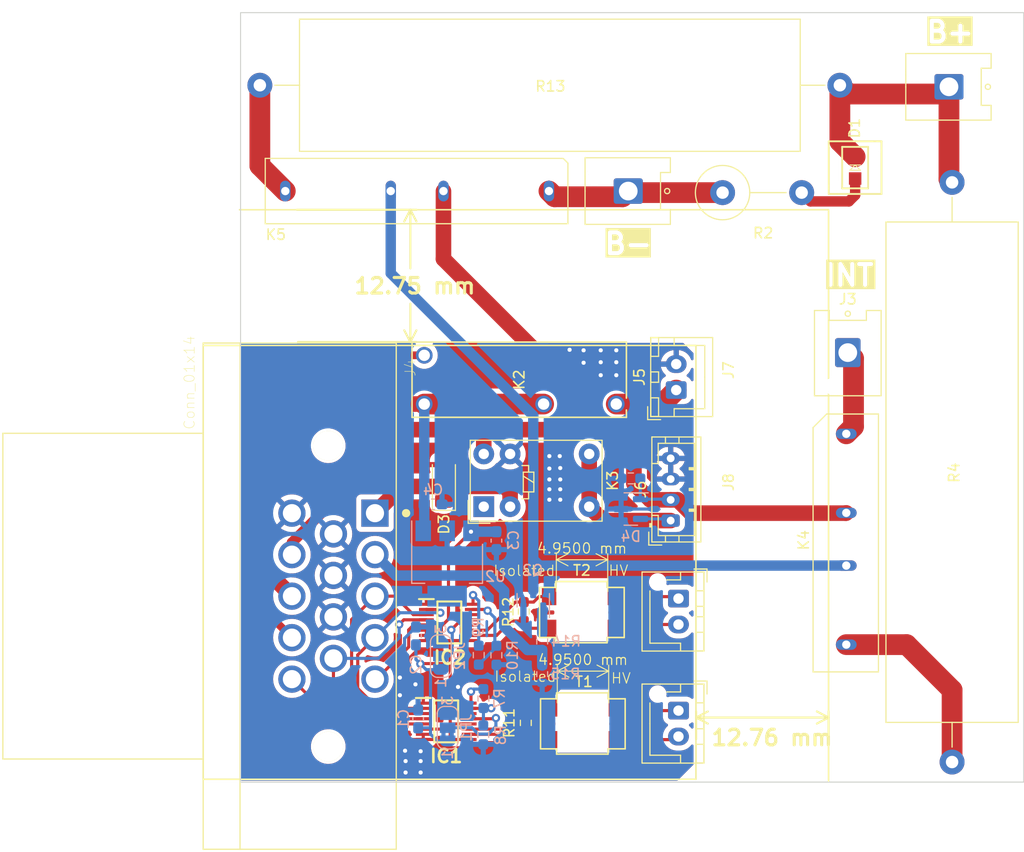
<source format=kicad_pcb>
(kicad_pcb (version 20221018) (generator pcbnew)
  (layers (0 "F.Cu" signal) (31 "B.Cu" signal) (34 "B.Paste" user) (35 "F.Paste" user) (36 "B.SilkS" user "B.Silkscreen") (37 "F.SilkS" user "F.Silkscreen") (38 "B.Mask" user) (39 "F.Mask" user) (44 "Edge.Cuts" user))
  (net 0 "")
  (net 1 "+3.3V")
  (net 2 "GND")
  (net 3 "+12V")
  (net 4 "Net-(D1-A)")
  (net 5 "/AIR_B-")
  (net 6 "/Relay_Drive")
  (net 7 "/MAIN_CONT")
  (net 8 "/AIR_B+")
  (net 9 "/MOSI")
  (net 10 "/MISO")
  (net 11 "/SCK")
  (net 12 "/CS1")
  (net 13 "Net-(IC1-IM)")
  (net 14 "Net-(IC1-IP)")
  (net 15 "Net-(IC1-SLOW)")
  (net 16 "Net-(IC1-ICMP)")
  (net 17 "Net-(IC1-IBIAS)")
  (net 18 "/CS2")
  (net 19 "Net-(IC2-IM)")
  (net 20 "Net-(IC2-IP)")
  (net 21 "Net-(IC2-SLOW)")
  (net 22 "Net-(IC2-ICMP)")
  (net 23 "Net-(IC2-IBIAS)")
  (net 24 "/B-")
  (net 25 "/B+")
  (net 26 "/INT")
  (net 27 "/PRECHARGE")
  (net 28 "/FAN")
  (net 29 "/FAN_OUT")
  (net 30 "/IsoSpi/IPA1")
  (net 31 "/IsoSpi/IMA1")
  (net 32 "/IsoSpi/IPA2")
  (net 33 "/IsoSpi/IMA2")
  (net 35 "Net-(K4-Pad4)")
  (net 36 "Net-(K5-Pad4)")
  (net 37 "Net-(Q2-B)")
  (footprint "Resistor_THT:R_Axial_Power_L48.0mm_W12.5mm_P55.88mm" (layer "F.Cu") (at 194.711997 73.244999 -90)
    (fp_text reference "R4")
    (fp_text value "2.5K")
  )
  (footprint "AERO_Footprints:SOIC4_CBM4D19_SUM" (layer "F.Cu") (at 160.295498 125.187299)
    (fp_text reference "T1")
    (fp_text value "ESMIT-4180_C")
  )
  (footprint "AERO_Footprints:TE_1-776266-1_14pin_Horizontal" (layer "F.Cu") (at 135.111997 113.134999 -90)
    (fp_text reference "J4")
    (fp_text value "Conn_01x14")
  )
  (footprint "AERO_Footprints:SOP50P490X110-16N" (layer "F.Cu") (at 146.276498 115.667499)
    (fp_text reference "IC2")
    (fp_text value "LTC6820HMS#3ZZPBF" hide)
  )
  (footprint "AERO_Footprints:SHV12" (layer "F.Cu") (at 184.51879 107.647516 -90)
    (fp_text reference "K4")
    (fp_text value "374-1408-5-ND")
  )
  (footprint "Diode_SMD:D_MiniMELF" (layer "F.Cu") (at 145.752499 102.207499 90)
    (fp_text reference "D3")
    (fp_text value "1N4148")
  )
  (footprint "AERO_Footprints:RELAY_G5NB-1A DC5_OMR" (layer "F.Cu") (at 162.159498 89.917499 90)
    (fp_text reference "K2")
    (fp_text value "G5NB-1A4-E DC12")
  )
  (footprint "Resistor_SMD:R_0603_1608Metric_Pad0.98x0.95mm_HandSolder" (layer "F.Cu") (at 153.645498 125.352399 -90)
    (fp_text reference "R11")
    (fp_text value "60")
  )
  (footprint "AERO_Footprints:SOIC4_CBM4D19_SUM" (layer "F.Cu") (at 160.202498 114.452399)
    (fp_text reference "T2")
    (fp_text value "ESMIT-4180_C")
  )
  (footprint "Connector_JST:JST_XH_B2B-XH-AM_1x02_P2.50mm_Vertical" (layer "F.Cu") (at 168.352498 113.367499 -90)
    (fp_text reference "J8")
    (fp_text value "Conn_01x02")
  )
  (footprint "Resistor_SMD:R_0603_1608Metric_Pad0.98x0.95mm_HandSolder" (layer "F.Cu") (at 153.452498 114.617499 -90)
    (fp_text reference "R12")
    (fp_text value "60")
  )
  (footprint "AERO_Footprints:SOP50P490X110-16N" (layer "F.Cu") (at 145.976498 125.202399)
    (fp_text reference "IC1")
    (fp_text value "LTC6820HMS#3ZZPBF" hide)
  )
  (footprint "Connector_Hirose:Hirose_DF63M-1P-3.96DSA_1x01_P3.96mm_Vertical" (layer "F.Cu") (at 184.665394 89.657516)
    (fp_text reference "J3")
    (fp_text value "Conn_01x01")
  )
  (footprint "Resistor_THT:R_Axial_DIN0516_L15.5mm_D5.0mm_P7.62mm_Vertical" (layer "F.Cu") (at 172.601997 74.234999)
    (fp_text reference "R2")
    (fp_text value "1.5k")
  )
  (footprint "Connector_JST:JST_PH_B4B-PH-K_1x04_P2.00mm_Vertical" (layer "F.Cu") (at 167.6 105.85 90)
    (fp_text reference "J6")
    (fp_text value "JST PH")
  )
  (footprint "AERO_Footprints:LPA-C011301S-x LED 0805 LIGHT PIPE SINGLE VERT SMD" (layer "F.Cu") (at 185.371997 71.824999 -90)
    (fp_text reference "D1")
    (fp_text value "LED")
  )
  (footprint "Resistor_THT:R_Axial_Power_L48.0mm_W12.5mm_P55.88mm" (layer "F.Cu") (at 183.901997 63.884999 180)
    (fp_text reference "R13")
    (fp_text value "2.5k")
  )
  (footprint "AERO_Footprints:S1-12" (layer "F.Cu") (at 142.968797 74.084999 180)
    (fp_text reference "K5")
    (fp_text value "S1-12-BDM")
  )
  (footprint "Connector_JST:JST_XH_B2B-XH-A_1x02_P2.50mm_Vertical" (layer "F.Cu") (at 168.134499 93.2675 90)
    (fp_text reference "J5")
    (fp_text value "Conn_01x02")
  )
  (footprint "Connector_Hirose:Hirose_DF63M-1P-3.96DSA_1x01_P3.96mm_Vertical" (layer "F.Cu") (at 163.511997 74.084999 -90)
    (fp_text reference "J2" hide)
    (fp_text value "Conn_01x01")
  )
  (footprint "Connector_JST:JST_XH_B2B-XH-AM_1x02_P2.50mm_Vertical" (layer "F.Cu") (at 168.352498 124.167499 -90)
    (fp_text reference "J7")
    (fp_text value "Conn_01x02")
  )
  (footprint "Connector_Hirose:Hirose_DF63M-1P-3.96DSA_1x01_P3.96mm_Vertical" (layer "F.Cu") (at 194.411997 64.034999 -90)
    (fp_text reference "J1" hide)
    (fp_text value "Conn_01x01")
  )
  (footprint "Relay_THT:Relay_SPDT_Omron_G5V-1" (layer "F.Cu") (at 149.592498 104.507501 90)
    (fp_text reference "K3")
    (fp_text value "G5V-1")
  )
  (footprint "Package_TO_SOT_SMD:SOT-23" (layer "B.Cu") (at 163.761997 104.734999 180)
    (fp_text reference "D4")
    (fp_text value "MMBZxx")
  )
  (footprint "Resistor_SMD:R_0603_1608Metric_Pad0.98x0.95mm_HandSolder" (layer "B.Cu") (at 150.809498 118.829999 -90)
    (fp_text reference "R10")
    (fp_text value "1k")
  )
  (footprint "Resistor_SMD:R_0603_1608Metric_Pad0.98x0.95mm_HandSolder" (layer "B.Cu") (at 149.548998 126.504999 -90)
    (fp_text reference "R8")
    (fp_text value "1k")
  )
  (footprint "Jumper:SolderJumper-3_P1.3mm_Bridged2Bar12_RoundedPad1.0x1.5mm_NumberLabels" (layer "B.Cu") (at 146.109498 125.817499 90)
    (fp_text reference "JP1")
    (fp_text value "Fast / Slow")
  )
  (footprint "Capacitor_SMD:C_0603_1608Metric_Pad1.08x0.95mm_HandSolder" (layer "B.Cu") (at 150.811997 107.784999 -90)
    (fp_text reference "C3")
    (fp_text value "10u")
  )
  (footprint "Resistor_SMD:R_0603_1608Metric_Pad0.98x0.95mm_HandSolder" (layer "B.Cu") (at 163.761997 101.784999)
    (fp_text reference "R5" hide)
    (fp_text value "15k")
  )
  (footprint "Resistor_SMD:R_0603_1608Metric_Pad0.98x0.95mm_HandSolder" (layer "B.Cu") (at 149.109498 118.817499 -90)
    (fp_text reference "R9")
    (fp_text value "1k")
  )
  (footprint "Capacitor_SMD:C_0603_1608Metric_Pad1.08x0.95mm_HandSolder" (layer "B.Cu") (at 144.711997 104.284999)
    (fp_text reference "C4")
    (fp_text value "10u")
  )
  (footprint "Package_TO_SOT_SMD:SOT-223-3_TabPin2" (layer "B.Cu") (at 146.061997 109.984999 -90)
    (fp_text reference "U2")
    (fp_text value "LT1963AxST-3.3")
  )
  (footprint "Jumper:SolderJumper-3_P1.3mm_Bridged2Bar12_RoundedPad1.0x1.5mm_NumberLabels" (layer "B.Cu") (at 145.459498 118.917499 90)
    (fp_text reference "JP2")
    (fp_text value "Fast / Slow")
  )
  (footprint "Package_TO_SOT_SMD:SOT-23" (layer "B.Cu") (at 154.361997 113.534999 90)
    (fp_text reference "Q2")
    (fp_text value "MMBT2222A")
  )
  (footprint "Resistor_SMD:R_0603_1608Metric" (layer "B.Cu") (at 155.223496 120.6531 90)
    (fp_text reference "R15")
    (fp_text value "2k")
  )
  (footprint "Resistor_SMD:R_0603_1608Metric" (layer "B.Cu") (at 155.223496 117.503099 -90)
    (fp_text reference "R14")
    (fp_text value "10k")
  )
  (footprint "Capacitor_SMD:C_0603_1608Metric_Pad1.08x0.95mm_HandSolder" (layer "B.Cu") (at 143.059498 116.967499 90)
    (fp_text reference "C2")
    (fp_text value "0.01u")
  )
  (footprint "Resistor_SMD:R_0603_1608Metric_Pad0.98x0.95mm_HandSolder" (layer "B.Cu") (at 149.561498 123.004999 -90)
    (fp_text reference "R7")
    (fp_text value "1k")
  )
  (footprint "Capacitor_SMD:C_0603_1608Metric_Pad1.08x0.95mm_HandSolder" (layer "B.Cu") (at 143.271498 124.967499 90)
    (fp_text reference "C1")
    (fp_text value "0.01u")
  )
  (gr_rect (start 122.561997 88.9675) (end 170.034499 130.790002) (stroke (width 0.15)) (fill none) (layer "F.SilkS"))
  (gr_line (start 182.811997 131.034999) (end 182.811997 75.884999) (stroke (width 0.15)) (layer "F.SilkS"))
  (gr_line (start 126.061997 75.884999) (end 182.761997 75.884999) (stroke (width 0.15)) (layer "F.SilkS"))
  (gr_rect (start 126.161997 56.884999) (end 201.611997 131.059999) (stroke (width 0.1)) (fill none) (layer "Edge.Cuts"))
  (gr_text "B-" (at 161.011997 80.334999) (layer "F.SilkS" knockout) (effects (font (size 2 2) (thickness 0.4) bold) (justify left bottom)))
  (gr_text "B+" (at 192.011997 59.934999) (layer "F.SilkS" knockout) (effects (font (size 2 2) (thickness 0.4) bold) (justify left bottom)))
  (gr_text "INT" (at 182.261997 83.384999) (layer "F.SilkS" knockout) (effects (font (size 2 2) (thickness 0.4) bold) (justify left bottom)))
  (dimension (type aligned) (layer "F.SilkS") (pts (xy 170.052498 127.417499) (xy 182.811997 127.417499)) (height -2.5825) (gr_text "12.76 mm" (at 177.361997 126.784999) (layer "F.SilkS") (effects (font (size 1.5 1.5) (thickness 0.3)))) (format (prefix "") (suffix "") (units 3) (units_format 1) (precision 2)) (style (thickness 0.2) (arrow_length 1.27) (text_position_mode 2) (extension_height 0.58642) (extension_offset 0.5) keep_text_aligned))
  (dimension (type orthogonal) (layer "F.SilkS") (pts (xy 131.191996 88.634999) (xy 131.090463 75.884999)) (height 11.33) (orientation 1) (gr_text "12.75 mm" (at 142.961997 83.238371) (layer "F.SilkS") (effects (font (size 1.5 1.5) (thickness 0.3)))) (format (prefix "") (suffix "") (units 3) (units_format 1) (precision 2)) (style (thickness 0.2) (arrow_length 1.27) (text_position_mode 2) (extension_height 0.58642) (extension_offset 0.5)))
  (segment (start 146.194497 115.352499) (end 145.511997 116.034999) (width 0.3) (layer "F.Cu") (net 1))
  (segment (start 146.194497 109.09) (end 146.194497 115.352499) (width 0.3) (layer "F.Cu") (net 1))
  (segment (start 147.425998 117.403498) (end 147.411997 117.417499) (width 0.3) (layer "F.Cu") (net 1))
  (segment (start 146.361997 117.417499) (end 147.411997 117.417499) (width 0.3) (layer "F.Cu") (net 1))
  (segment (start 147.631022 115.917499) (end 147.425998 116.122523) (width 0.3) (layer "F.Cu") (net 1))
  (segment (start 146.361997 119.634999) (end 146.361997 125.434999) (width 0.3) (layer "F.Cu") (net 1))
  (segment (start 144.064498 117.417499) (end 145.511997 117.417499) (width 0.3) (layer "F.Cu") (net 1))
  (segment (start 148.361998 106.922499) (end 146.194497 109.09) (width 0.3) (layer "F.Cu") (net 1))
  (segment (start 146.361997 125.983374) (end 146.361997 126.584999) (width 0.3) (layer "F.Cu") (net 1))
  (segment (start 146.379397 125.452399) (end 146.361997 125.434999) (width 0.3) (layer "F.Cu") (net 1))
  (segment (start 145.511997 117.417499) (end 146.361997 117.417499) (width 0.3) (layer "F.Cu") (net 1))
  (segment (start 148.488498 115.917499) (end 147.631022 115.917499) (width 0.3) (layer "F.Cu") (net 1))
  (segment (start 143.764498 125.952399) (end 146.331022 125.952399) (width 0.3) (layer "F.Cu") (net 1))
  (segment (start 143.511997 119.634999) (end 146.361997 119.634999) (width 0.3) (layer "F.Cu") (net 1))
  (segment (start 143.486997 119.659999) (end 143.511997 119.634999) (width 0.3) (layer "F.Cu") (net 1))
  (segment (start 148.188498 125.452399) (end 146.379397 125.452399) (width 0.3) (layer "F.Cu") (net 1))
  (segment (start 146.729397 126.952399) (end 148.188498 126.952399) (width 0.3) (layer "F.Cu") (net 1))
  (segment (start 146.361997 117.417499) (end 146.361997 119.634999) (width 0.3) (layer "F.Cu") (net 1))
  (segment (start 145.511997 116.034999) (end 145.511997 117.417499) (width 0.3) (layer "F.Cu") (net 1))
  (segment (start 146.331022 125.952399) (end 146.361997 125.983374) (width 0.3) (layer "F.Cu") (net 1))
  (segment (start 144.064498 116.417499) (end 144.064498 117.417499) (width 0.3) (layer "F.Cu") (net 1))
  (segment (start 147.425998 116.122523) (end 147.425998 117.403498) (width 0.3) (layer "F.Cu") (net 1))
  (segment (start 146.361997 125.434999) (end 146.361997 125.983374) (width 0.3) (layer "F.Cu") (net 1))
  (segment (start 147.411997 117.417499) (end 148.488498 117.417499) (width 0.3) (layer "F.Cu") (net 1))
  (segment (start 146.361997 126.584999) (end 146.729397 126.952399) (width 0.3) (layer "F.Cu") (net 1))
  (via (at 143.486997 119.659999) (size 0.8) (drill 0.4) (layers "F.Cu" "B.Cu") (net 1))
  (via (at 148.361998 106.922499) (size 0.8) (drill 0.4) (layers "F.Cu" "B.Cu") (net 1))
  (segment (start 145.459498 120.217499) (end 144.461997 120.217499) (width 0.3) (layer "B.Cu") (net 1))
  (segment (start 145.144497 127.117499) (end 144.461997 126.434999) (width 0.3) (layer "B.Cu") (net 1))
  (segment (start 143.059498 119.2325) (end 143.059498 117.829999) (width 0.3) (layer "B.Cu") (net 1))
  (segment (start 144.044497 120.217499) (end 143.059498 119.2325) (width 0.3) (layer "B.Cu") (net 1))
  (segment (start 144.461997 126.434999) (end 144.461997 120.217499) (width 0.3) (layer "B.Cu") (net 1))
  (segment (start 150.811997 106.922499) (end 148.361998 106.922499) (width 1) (layer "B.Cu") (net 1))
  (segment (start 144.356997 125.829999) (end 143.271498 125.829999) (width 0.3) (layer "B.Cu") (net 1))
  (segment (start 146.109498 127.117499) (end 145.144497 127.117499) (width 0.3) (layer "B.Cu") (net 1))
  (segment (start 144.461997 120.217499) (end 144.044497 120.217499) (width 0.3) (layer "B.Cu") (net 1))
  (segment (start 147.111997 124.234999) (end 147.111997 121.884999) (width 0.3) (layer "F.Cu") (net 2))
  (segment (start 143.764498 126.452399) (end 143.764498 126.952399) (width 0.3) (layer "F.Cu") (net 2))
  (segment (start 144.064498 112.9875) (end 144.061997 112.984999) (width 0.3) (layer "F.Cu") (net 2))
  (segment (start 144.064498 113.917499) (end 144.064498 112.9875) (width 0.3) (layer "F.Cu") (net 2))
  (segment (start 147.631022 114.917499) (end 147.111997 114.398474) (width 0.3) (layer "F.Cu") (net 2))
  (segment (start 147.111997 114.398474) (end 147.111997 112.884999) (width 0.3) (layer "F.Cu") (net 2))
  (segment (start 143.764498 123.452399) (end 143.764498 121.9875) (width 0.3) (layer "F.Cu") (net 2))
  (segment (start 148.488498 114.917499) (end 147.631022 114.917499) (width 0.3) (layer "F.Cu") (net 2))
  (segment (start 148.188498 124.452399) (end 147.329397 124.452399) (width 0.3) (layer "F.Cu") (net 2))
  (segment (start 147.329397 124.452399) (end 147.111997 124.234999) (width 0.3) (layer "F.Cu") (net 2))
  (via (at 143.511997 130.134999) (size 0.8) (drill 0.4) (layers "F.Cu" "B.Cu") (net 2))
  (via (at 156.961997 101.884999) (size 0.8) (drill 0.4) (layers "F.Cu" "B.Cu") (net 2))
  (via (at 155.911997 102.834999) (size 0.8) (drill 0.4) (layers "F.Cu" "B.Cu") (net 2))
  (via (at 156.961997 100.784999) (size 0.8) (drill 0.4) (layers "F.Cu" "B.Cu") (net 2))
  (via (at 160.861997 91.834999) (size 0.8) (drill 0.4) (layers "F.Cu" "B.Cu") (net 2))
  (via (at 156.911997 99.634999) (size 0.8) (drill 0.4) (layers "F.Cu" "B.Cu") (net 2))
  (via (at 143.011997 121.634999) (size 0.8) (drill 0.4) (layers "F.Cu" "B.Cu") (net 2))
  (via (at 160.861997 89.434999) (size 0.8) (drill 0.4) (layers "F.Cu" "B.Cu") (net 2))
  (via (at 159.211997 89.434999) (size 0.8) (drill 0.4) (layers "F.Cu" "B.Cu") (net 2))
  (via (at 155.911997 103.834999) (size 0.8) (drill 0.4) (layers "F.Cu" "B.Cu") (net 2))
  (via (at 162.361997 90.584999) (size 0.8) (drill 0.4) (layers "F.Cu" "B.Cu") (net 2))
  (via (at 157.861997 89.384999) (size 0.8) (drill 0.4) (layers "F.Cu" "B.Cu") (net 2))
  (via (at 147.111997 121.884999) (size 0.8) (drill 0.4) (layers "F.Cu" "B.Cu") (net 2))
  (via (at 162.361997 89.434999) (size 0.8) (drill 0.4) (layers "F.Cu" "B.Cu") (net 2))
  (via (at 162.361997 91.834999) (size 0.8) (drill 0.4) (layers "F.Cu" "B.Cu") (net 2))
  (via (at 142.061997 130.134999) (size 0.8) (drill 0.4) (layers "F.Cu" "B.Cu") (net 2))
  (via (at 143.511997 129.034999) (size 0.8) (drill 0.4) (layers "F.Cu" "B.Cu") (net 2))
  (via (at 143.511997 128.084999) (size 0.8) (drill 0.4) (layers "F.Cu" "B.Cu") (net 2))
  (via (at 142.061997 129.034999) (size 0.8) (drill 0.4) (layers "F.Cu" "B.Cu") (net 2))
  (via (at 159.211997 90.634999) (size 0.8) (drill 0.4) (layers "F.Cu" "B.Cu") (net 2))
  (via (at 155.911997 101.884999) (size 0.8) (drill 0.4) (layers "F.Cu" "B.Cu") (net 2))
  (via (at 141.511997 122.684999) (size 0.8) (drill 0.4) (layers "F.Cu" "B.Cu") (net 2))
  (via (at 156.961997 102.834999) (size 0.8) (drill 0.4) (layers "F.Cu" "B.Cu") (net 2))
  (via (at 160.861997 90.584999) (size 0.8) (drill 0.4) (layers "F.Cu" "B.Cu") (net 2))
  (via (at 156.961997 103.834999) (size 0.8) (drill 0.4) (layers "F.Cu" "B.Cu") (net 2))
  (via (at 141.511997 120.984999) (size 0.8) (drill 0.4) (layers "F.Cu" "B.Cu") (net 2))
  (via (at 155.911997 99.634999) (size 0.8) (drill 0.4) (layers "F.Cu" "B.Cu") (net 2))
  (via (at 155.911997 100.834999) (size 0.8) (drill 0.4) (layers "F.Cu" "B.Cu") (net 2))
  (via (at 142.011997 128.034999) (size 0.8) (drill 0.4) (layers "F.Cu" "B.Cu") (net 2))
  (segment (start 143.059498 116.104999) (end 141.961997 117.2025) (width 0.3) (layer "B.Cu") (net 2))
  (segment (start 141.961997 117.2025) (end 141.961997 120.534999) (width 0.3) (layer "B.Cu") (net 2))
  (segment (start 141.961997 120.534999) (end 141.511997 120.984999) (width 0.3) (layer "B.Cu") (net 2))
  (segment (start 128.161997 101.655531) (end 135.200028 94.6175) (width 1.5) (layer "F.Cu") (net 3))
  (segment (start 128.161997 110.084999) (end 128.161997 110.184999) (width 1.5) (layer "F.Cu") (net 3))
  (segment (start 155.359499 94.6175) (end 143.859499 94.6175) (width 2) (layer "F.Cu") (net 3))
  (segment (start 128.161997 110.084999) (end 128.161997 101.655531) (width 1.5) (layer "F.Cu") (net 3))
  (segment (start 135.200028 94.6175) (end 143.859499 94.6175) (width 1.5) (layer "F.Cu") (net 3))
  (segment (start 128.161997 110.184999) (end 131.111997 113.134999) (width 1.5) (layer "F.Cu") (net 3))
  (segment (start 143.859499 94.6175) (end 143.859499 106.737497) (width 1) (layer "B.Cu") (net 3))
  (segment (start 185.371997 74.478003) (end 185.371997 72.874999) (width 1) (layer "F.Cu") (net 4))
  (segment (start 184.76919 75.08081) (end 185.371997 74.478003) (width 1) (layer "F.Cu") (net 4))
  (segment (start 181.067808 75.08081) (end 184.76919 75.08081) (width 1) (layer "F.Cu") (net 4))
  (segment (start 180.221997 74.234999) (end 181.067808 75.08081) (width 1) (layer "F.Cu") (net 4))
  (segment (start 131.111997 109.134999) (end 131.111997 107.974041) (width 1) (layer "F.Cu") (net 5))
  (segment (start 131.111997 107.974041) (end 135.261997 103.824041) (width 1) (layer "F.Cu") (net 5))
  (segment (start 169.557057 105.134999) (end 184.491307 105.134999) (width 1.5) (layer "F.Cu") (net 5))
  (segment (start 184.491307 105.134999) (end 184.51879 105.107516) (width 1.5) (layer "F.Cu") (net 5))
  (segment (start 135.261997 103.434999) (end 141.611997 97.084999) (width 1.5) (layer "F.Cu") (net 5))
  (segment (start 165.626998 103.85) (end 164.061997 102.284999) (width 1.5) (layer "F.Cu") (net 5))
  (segment (start 145.711997 80.634999) (end 145.711997 74.084999) (width 1.5) (layer "F.Cu") (net 5))
  (segment (start 167.6 103.85) (end 168.272058 103.85) (width 1.5) (layer "F.Cu") (net 5))
  (segment (start 158.661997 97.084999) (end 158.661997 93.584999) (width 1.5) (layer "F.Cu") (net 5))
  (segment (start 149.511997 97.084999) (end 149.592498 97.1655) (width 1.5) (layer "F.Cu") (net 5))
  (segment (start 149.511997 97.084999) (end 158.661997 97.084999) (width 1.5) (layer "F.Cu") (net 5))
  (segment (start 149.592498 97.1655) (end 149.592498 99.427501) (width 1.5) (layer "F.Cu") (net 5))
  (segment (start 141.611997 97.084999) (end 149.511997 97.084999) (width 1.5) (layer "F.Cu") (net 5))
  (segment (start 168.272058 103.85) (end 169.557057 105.134999) (width 1.5) (layer "F.Cu") (net 5))
  (segment (start 164.061997 102.284999) (end 164.061997 99.584999) (width 1.5) (layer "F.Cu") (net 5))
  (segment (start 158.661997 93.584999) (end 145.711997 80.634999) (width 1.5) (layer "F.Cu") (net 5))
  (segment (start 167.6 103.85) (end 165.626998 103.85) (width 1.5) (layer "F.Cu") (net 5))
  (segment (start 135.261997 103.824041) (end 135.261997 103.434999) (width 1) (layer "F.Cu") (net 5))
  (segment (start 161.561997 97.084999) (end 158.661997 97.084999) (width 1.5) (layer "F.Cu") (net 5))
  (segment (start 164.061997 99.584999) (end 161.561997 97.084999) (width 1.5) (layer "F.Cu") (net 5))
  (segment (start 164.674497 101.784999) (end 164.674497 103.759999) (width 0.3) (layer "B.Cu") (net 5))
  (segment (start 164.699497 103.784999) (end 167.534999 103.784999) (width 0.3) (layer "B.Cu") (net 5))
  (segment (start 154.361997 109.584999) (end 154.964514 110.187516) (width 1) (layer "B.Cu") (net 6))
  (segment (start 140.631997 82.009824) (end 140.631997 74.084999) (width 1) (layer "B.Cu") (net 6))
  (segment (start 154.361997 112.597499) (end 154.361997 109.584999) (width 1) (layer "B.Cu") (net 6))
  (segment (start 154.964514 110.187516) (end 184.51879 110.187516) (width 1) (layer "B.Cu") (net 6))
  (segment (start 154.361997 109.584999) (end 154.361997 95.739824) (width 1) (layer "B.Cu") (net 6))
  (segment (start 154.361997 95.739824) (end 140.631997 82.009824) (width 1) (layer "B.Cu") (net 6))
  (segment (start 145.761997 102.557501) (end 151.580216 102.557501) (width 1.5) (layer "F.Cu") (net 7))
  (segment (start 145.752499 103.957499) (end 145.752499 102.566999) (width 1.5) (layer "F.Cu") (net 7))
  (segment (start 141.689495 102.557501) (end 151.580216 102.557501) (width 1.5) (layer "F.Cu") (net 7))
  (segment (start 151.580216 102.557501) (end 149.811997 102.557501) (width 1.5) (layer "F.Cu") (net 7))
  (segment (start 152.132498 104.507501) (end 152.132498 103.109783) (width 1.5) (layer "F.Cu") (net 7))
  (segment (start 149.811997 102.557501) (end 147.152497 102.557501) (width 1.5) (layer "F.Cu") (net 7))
  (segment (start 139.111997 105.134999) (end 141.689495 102.557501) (width 1.5) (layer "F.Cu") (net 7))
  (segment (start 145.752499 102.566999) (end 145.761997 102.557501) (width 1.5) (layer "F.Cu") (net 7))
  (segment (start 152.132498 103.109783) (end 151.580216 102.557501) (width 1.5) (layer "F.Cu") (net 7))
  (segment (start 161.094997 105.85) (end 159.752498 104.507501) (width 1.5) (layer "F.Cu") (net 8))
  (segment (start 167.6 105.85) (end 161.094997 105.85) (width 1.5) (layer "F.Cu") (net 8))
  (segment (start 159.752498 99.427501) (end 159.752498 104.507501) (width 1.5) (layer "F.Cu") (net 8))
  (segment (start 164.699497 105.684999) (end 167.434999 105.684999) (width 0.3) (layer "B.Cu") (net 8))
  (segment (start 139.379397 123.952399) (end 137.449497 122.022499) (width 0.3) (layer "F.Cu") (net 9))
  (segment (start 143.764498 123.952399) (end 139.379397 123.952399) (width 0.3) (layer "F.Cu") (net 9))
  (segment (start 137.449497 122.022499) (end 137.449497 118.797499) (width 0.3) (layer "F.Cu") (net 9))
  (segment (start 144.064498 114.417499) (end 145.09002 114.417499) (width 0.3) (layer "F.Cu") (net 9))
  (segment (start 137.449497 118.797499) (end 139.111997 117.134999) (width 0.3) (layer "F.Cu") (net 9))
  (segment (start 145.40702 114.734499) (end 145.09002 114.417499) (width 0.3) (layer "F.Cu") (net 9))
  (via (at 145.40702 114.734499) (size 0.8) (drill 0.4) (layers "F.Cu" "B.Cu") (net 9))
  (segment (start 139.111997 117.134999) (end 141.512497 114.734499) (width 0.3) (layer "B.Cu") (net 9))
  (segment (start 141.512497 114.734499) (end 145.40702 114.734499) (width 0.3) (layer "B.Cu") (net 9))
  (segment (start 136.861997 122.634999) (end 136.861997 115.384999) (width 0.3) (layer "F.Cu") (net 10))
  (segment (start 138.679397 124.452399) (end 136.861997 122.634999) (width 0.3) (layer "F.Cu") (net 10))
  (segment (start 143.764498 124.452399) (end 138.679397 124.452399) (width 0.3) (layer "F.Cu") (net 10))
  (segment (start 141.023997 113.134999) (end 139.111997 113.134999) (width 0.3) (layer "F.Cu") (net 10))
  (segment (start 136.861997 115.384999) (end 139.111997 113.134999) (width 0.3) (layer "F.Cu") (net 10))
  (segment (start 142.806497 114.917499) (end 141.023997 113.134999) (width 0.3) (layer "F.Cu") (net 10))
  (segment (start 144.064498 114.917499) (end 142.806497 114.917499) (width 0.3) (layer "F.Cu") (net 10))
  (segment (start 135.111997 122.384999) (end 135.111997 119.134999) (width 0.3) (layer "F.Cu") (net 11))
  (segment (start 135.111997 122.384999) (end 137.679397 124.952399) (width 0.3) (layer "F.Cu") (net 11))
  (segment (start 143.764498 124.952399) (end 137.679397 124.952399) (width 0.3) (layer "F.Cu") (net 11))
  (segment (start 141.889451 115.417499) (end 144.064498 115.417499) (width 0.3) (layer "F.Cu") (net 11))
  (segment (start 141.441974 115.864976) (end 141.889451 115.417499) (width 0.3) (layer "F.Cu") (net 11))
  (via (at 141.441974 115.864976) (size 0.8) (drill 0.4) (layers "F.Cu" "B.Cu") (net 11))
  (segment (start 141.441974 117.14909) (end 139.456065 119.134999) (width 0.3) (layer "B.Cu") (net 11))
  (segment (start 141.441974 115.864976) (end 141.441974 117.14909) (width 0.3) (layer "B.Cu") (net 11))
  (segment (start 139.456065 119.134999) (end 135.111997 119.134999) (width 0.3) (layer "B.Cu") (net 11))
  (segment (start 135.429397 125.452399) (end 131.111997 121.134999) (width 0.3) (layer "F.Cu") (net 12))
  (segment (start 143.764498 125.452399) (end 135.429397 125.452399) (width 0.3) (layer "F.Cu") (net 12))
  (segment (start 155.977498 126.965299) (end 154.345898 126.965299) (width 0.3) (layer "F.Cu") (net 13))
  (segment (start 153.457998 126.452399) (end 148.188498 126.452399) (width 0.3) (layer "F.Cu") (net 13))
  (segment (start 154.345898 126.965299) (end 153.645498 126.264899) (width 0.3) (layer "F.Cu") (net 13))
  (segment (start 152.132998 125.952399) (end 148.188498 125.952399) (width 0.3) (layer "F.Cu") (net 14))
  (segment (start 153.645498 124.439899) (end 152.132998 125.952399) (width 0.3) (layer "F.Cu") (net 14))
  (segment (start 154.168098 123.917299) (end 153.645498 124.439899) (width 0.3) (layer "F.Cu") (net 14))
  (segment (start 155.977498 123.917299) (end 154.168098 123.917299) (width 0.3) (layer "F.Cu") (net 14))
  (segment (start 150.761997 124.884999) (end 150.694597 124.952399) (width 0.3) (layer "F.Cu") (net 15))
  (segment (start 150.694597 124.952399) (end 148.188498 124.952399) (width 0.3) (layer "F.Cu") (net 15))
  (via (at 150.761997 124.884999) (size 0.8) (drill 0.4) (layers "F.Cu" "B.Cu") (net 15))
  (segment (start 148.455646 125.817499) (end 149.068146 126.429999) (width 0.3) (layer "B.Cu") (net 15))
  (segment (start 150.761997 125.697852) (end 150.761997 124.884999) (width 0.3) (layer "B.Cu") (net 15))
  (segment (start 146.109498 125.817499) (end 148.455646 125.817499) (width 0.3) (layer "B.Cu") (net 15))
  (segment (start 149.068146 126.429999) (end 150.02985 126.429999) (width 0.3) (layer "B.Cu") (net 15))
  (segment (start 150.02985 126.429999) (end 150.761997 125.697852) (width 0.3) (layer "B.Cu") (net 15))
  (segment (start 150.294597 123.952399) (end 148.188498 123.952399) (width 0.3) (layer "F.Cu") (net 16))
  (segment (start 150.311997 123.934999) (end 150.294597 123.952399) (width 0.3) (layer "F.Cu") (net 16))
  (via (at 150.311997 123.934999) (size 0.8) (drill 0.4) (layers "F.Cu" "B.Cu") (net 16))
  (segment (start 150.294497 123.917499) (end 150.311997 123.934999) (width 0.3) (layer "B.Cu") (net 16))
  (segment (start 149.561498 123.917499) (end 149.561498 125.579999) (width 0.3) (layer "B.Cu") (net 16))
  (segment (start 149.561498 123.917499) (end 150.294497 123.917499) (width 0.3) (layer "B.Cu") (net 16))
  (segment (start 148.361997 122.334999) (end 148.361997 123.2789) (width 0.3) (layer "F.Cu") (net 17))
  (segment (start 148.361997 123.2789) (end 148.188498 123.452399) (width 0.3) (layer "F.Cu") (net 17))
  (via (at 148.361997 122.334999) (size 0.8) (drill 0.4) (layers "F.Cu" "B.Cu") (net 17))
  (segment (start 149.561498 122.092499) (end 148.604497 122.092499) (width 0.3) (layer "B.Cu") (net 17))
  (segment (start 148.604497 122.092499) (end 148.361997 122.334999) (width 0.3) (layer "B.Cu") (net 17))
  (segment (start 142.361997 118.034999) (end 142.361997 116.384999) (width 0.3) (layer "F.Cu") (net 18))
  (segment (start 142.361997 116.384999) (end 142.829497 115.917499) (width 0.3) (layer "F.Cu") (net 18))
  (segment (start 139.261997 121.134999) (end 142.361997 118.034999) (width 0.3) (layer "F.Cu") (net 18))
  (segment (start 142.829497 115.917499) (end 144.064498 115.917499) (width 0.3) (layer "F.Cu") (net 18))
  (segment (start 155.884498 116.230399) (end 154.152898 116.230399) (width 0.3) (layer "F.Cu") (net 19))
  (segment (start 154.152898 116.230399) (end 153.452498 115.529999) (width 0.3) (layer "F.Cu") (net 19))
  (segment (start 150.829497 116.917499) (end 152.216997 115.529999) (width 0.3) (layer "F.Cu") (net 19))
  (segment (start 152.216997 115.529999) (end 153.452498 115.529999) (width 0.3) (layer "F.Cu") (net 19))
  (segment (start 148.488498 116.917499) (end 150.829497 116.917499) (width 0.3) (layer "F.Cu") (net 19))
  (segment (start 154.391997 113.704999) (end 153.452498 113.704999) (width 0.3) (layer "F.Cu") (net 20))
  (segment (start 154.914597 113.182399) (end 154.391997 113.704999) (width 0.3) (layer "F.Cu") (net 20))
  (segment (start 149.929497 116.417499) (end 152.641997 113.704999) (width 0.3) (layer "F.Cu") (net 20))
  (segment (start 155.884498 113.182399) (end 154.914597 113.182399) (width 0.3) (layer "F.Cu") (net 20))
  (segment (start 152.641997 113.704999) (end 153.452498 113.704999) (width 0.3) (layer "F.Cu") (net 20))
  (segment (start 148.488498 116.417499) (end 149.929497 116.417499) (width 0.3) (layer "F.Cu") (net 20))
  (segment (start 146.461997 116.379419) (end 146.461997 116.384999) (width 0.3) (layer "F.Cu") (net 21))
  (segment (start 146.461997 116.379419) (end 147.423916 115.417499) (width 0.3) (layer "F.Cu") (net 21))
  (segment (start 148.488498 115.417499) (end 147.423916 115.417499) (width 0.3) (layer "F.Cu") (net 21))
  (via (at 146.461997 116.384999) (size 0.8) (drill 0.4) (layers "F.Cu" "B.Cu") (net 21))
  (segment (start 146.461997 116.384999) (end 146.559498 116.4825) (width 0.3) (layer "B.Cu") (net 21))
  (segment (start 146.559498 118.567499) (end 146.209498 118.917499) (width 0.3) (layer "B.Cu") (net 21))
  (segment (start 146.559498 116.4825) (end 146.559498 118.567499) (width 0.3) (layer "B.Cu") (net 21))
  (segment (start 146.209498 118.917499) (end 145.459498 118.917499) (width 0.3) (layer "B.Cu") (net 21))
  (segment (start 148.488498 114.417499) (end 149.844497 114.417499) (width 0.3) (layer "F.Cu") (net 22))
  (segment (start 149.844497 114.417499) (end 149.961997 114.534999) (width 0.3) (layer "F.Cu") (net 22))
  (via (at 149.961997 114.534999) (size 0.8) (drill 0.4) (layers "F.Cu" "B.Cu") (net 22))
  (segment (start 150.809498 118.029999) (end 149.109498 119.729999) (width 0.3) (layer "B.Cu") (net 22))
  (segment (start 150.661997 115.234999) (end 150.661997 117.769998) (width 0.3) (layer "B.Cu") (net 22))
  (segment (start 149.961997 114.534999) (end 150.661997 115.234999) (width 0.3) (layer "B.Cu") (net 22))
  (segment (start 148.561497 113.034999) (end 148.561497 113.8445) (width 0.3) (layer "F.Cu") (net 23))
  (segment (start 148.561497 113.8445) (end 148.488498 113.917499) (width 0.3) (layer "F.Cu") (net 23))
  (via (at 148.561497 113.034999) (size 0.8) (drill 0.4) (layers "F.Cu" "B.Cu") (net 23))
  (segment (start 149.109498 113.583) (end 149.109498 117.904999) (width 0.3) (layer "B.Cu") (net 23))
  (segment (start 148.561497 113.034999) (end 149.109498 113.583) (width 0.3) (layer "B.Cu") (net 23))
  (segment (start 193.716186 64.73081) (end 194.411997 64.034999) (width 2) (layer "F.Cu") (net 24))
  (segment (start 194.411997 72.944999) (end 194.711997 73.244999) (width 2) (layer "F.Cu") (net 24))
  (segment (start 183.901997 63.884999) (end 184.747808 64.73081) (width 2) (layer "F.Cu") (net 24))
  (segment (start 194.411997 64.034999) (end 194.411997 72.944999) (width 2) (layer "F.Cu") (net 24))
  (segment (start 183.901997 69.304999) (end 183.901997 63.884999) (width 2) (layer "F.Cu") (net 24))
  (segment (start 184.747808 64.73081) (end 193.716186 64.73081) (width 2) (layer "F.Cu") (net 24))
  (segment (start 185.371997 70.774999) (end 183.901997 69.304999) (width 2) (layer "F.Cu") (net 24))
  (segment (start 172.601997 74.234999) (end 163.661997 74.234999) (width 2) (layer "F.Cu") (net 25))
  (segment (start 156.421997 74.634999) (end 162.961997 74.634999) (width 2) (layer "F.Cu") (net 25))
  (segment (start 155.871997 74.084999) (end 156.421997 74.634999) (width 2) (layer "F.Cu") (net 25))
  (segment (start 162.961997 74.634999) (end 163.511997 74.084999) (width 2) (layer "F.Cu") (net 25))
  (segment (start 185.215394 96.790912) (end 185.215394 90.207516) (width 2) (layer "F.Cu") (net 26))
  (segment (start 185.215394 90.207516) (end 184.665394 89.657516) (width 2) (layer "F.Cu") (net 26))
  (segment (start 184.51879 97.487516) (end 185.215394 96.790912) (width 2) (layer "F.Cu") (net 26))
  (segment (start 151.561997 116.084999) (end 151.561997 112.634999) (width 1) (layer "B.Cu") (net 27))
  (segment (start 141.124497 111.147499) (end 139.111997 109.134999) (width 1) (layer "B.Cu") (net 27))
  (segment (start 155.223496 119.8281) (end 155.223496 118.328099) (width 1) (layer "B.Cu") (net 27))
  (segment (start 151.561997 112.634999) (end 150.074497 111.147499) (width 1) (layer "B.Cu") (net 27))
  (segment (start 155.223496 118.328099) (end 153.805097 118.328099) (width 1) (layer "B.Cu") (net 27))
  (segment (start 150.074497 111.147499) (end 141.124497 111.147499) (width 1) (layer "B.Cu") (net 27))
  (segment (start 153.805097 118.328099) (end 151.561997 116.084999) (width 1) (layer "B.Cu") (net 27))
  (segment (start 126.711997 112.734999) (end 131.111997 117.134999) (width 0.75) (layer "F.Cu") (net 28))
  (segment (start 143.859499 89.917499) (end 134.079497 89.917499) (width 0.75) (layer "F.Cu") (net 28))
  (segment (start 134.079497 89.917499) (end 126.711997 97.284999) (width 0.75) (layer "F.Cu") (net 28))
  (segment (start 126.711997 97.284999) (end 126.711997 112.734999) (width 0.75) (layer "F.Cu") (net 28))
  (segment (start 162.359497 94.6175) (end 166.784499 94.6175) (width 2) (layer "F.Cu") (net 29))
  (segment (start 166.784499 94.6175) (end 168.134499 93.2675) (width 2) (layer "F.Cu") (net 29))
  (segment (start 168.352498 124.167499) (end 162.577698 124.167499) (width 0.3) (layer "F.Cu") (net 30))
  (segment (start 162.327498 126.965299) (end 168.054698 126.965299) (width 0.3) (layer "F.Cu") (net 31))
  (segment (start 162.234498 113.182399) (end 168.167398 113.182399) (width 0.3) (layer "F.Cu") (net 32))
  (segment (start 168.352498 115.867499) (end 162.597398 115.867499) (width 0.3) (layer "F.Cu") (net 33))
  (segment (start 190.334514 117.807516) (end 184.51879 117.807516) (width 2) (layer "F.Cu") (net 35))
  (segment (start 194.711997 122.184999) (end 190.334514 117.807516) (width 2) (layer "F.Cu") (net 35))
  (segment (start 194.711997 129.124999) (end 194.711997 122.184999) (width 2) (layer "F.Cu") (net 35))
  (segment (start 128.021997 71.634999) (end 130.471997 74.084999) (width 2) (layer "F.Cu") (net 36))
  (segment (start 128.021997 63.884999) (end 128.021997 71.634999) (width 2) (layer "F.Cu") (net 36))
  (segment (start 155.223496 116.678099) (end 155.223496 114.561) (width 1) (layer "B.Cu") (net 37))
  (segment (start 155.223496 114.561) (end 155.311997 114.472499) (width 1) (layer "B.Cu") (net 37))
  (zone (net 2) (net_name "GND") (layers "F&B.Cu") (connect_pads (clearance 0.5)) (min_thickness 0.25) (fill yes (thermal_gap 0.5) (thermal_bridge_width 0.5) (island_removal_mode 1) (island_area_min 10))
    (polygon (pts (xy 122.602498 88.717499) (xy 122.602498 130.917499) (xy 168.252498 130.917499) (xy 169.802498 129.367499) (xy 169.802498 89.717499) (xy 168.802498 88.717499)))
  )
)
</source>
